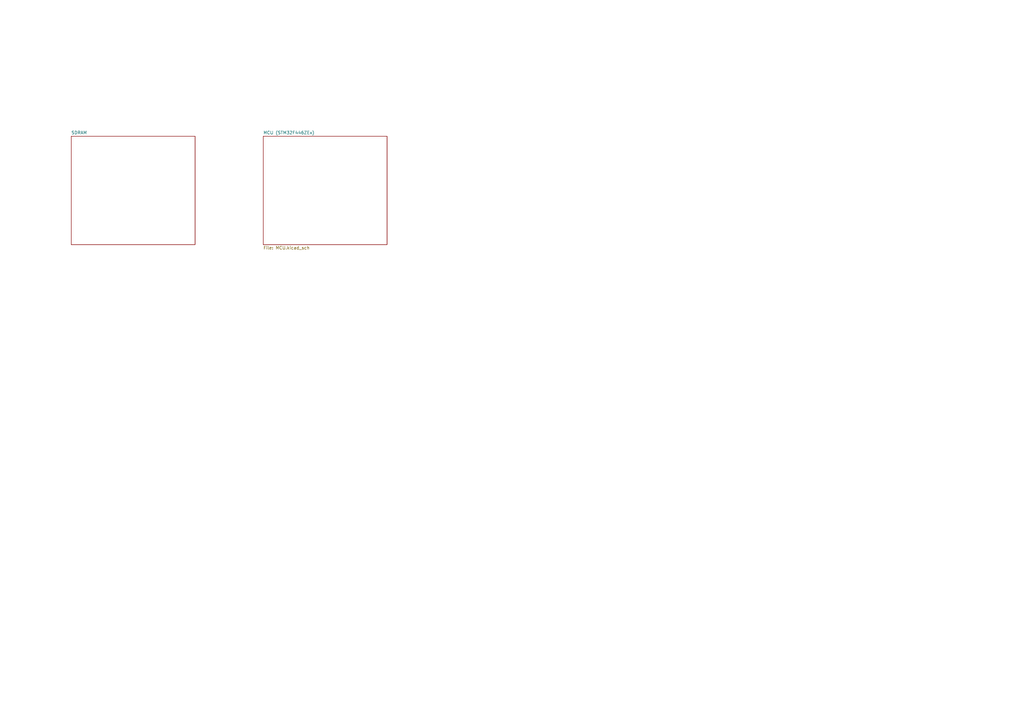
<source format=kicad_sch>
(kicad_sch (version 20230121) (generator eeschema)
  (paper "A3")
  (title_block (title "System_on_Module_HW_Design") (date "2024-02-26"))
  (lib_symbols)
  (sheet (at 29.21 55.88) (size 50.8 44.45) (stroke (width 0.1524))
    (property "Sheetname" "SDRAM" (at 29.21 55.1684 0) (effects (justify left bottom)))
    (property "Sheetfile" "SDRAM.kicad_sch" (effects hide))
  )
  (sheet (at 107.95 55.88) (size 50.8 44.45) (stroke (width 0.1524))
    (property "Sheetname" "MCU (STM32F446ZEx)" (at 107.95 55.1684 0) (effects (justify left bottom)))
    (property "Sheetfile" "MCU.kicad_sch" (at 107.95 100.9146 0) (effects (justify left top)))
  )
)
</source>
